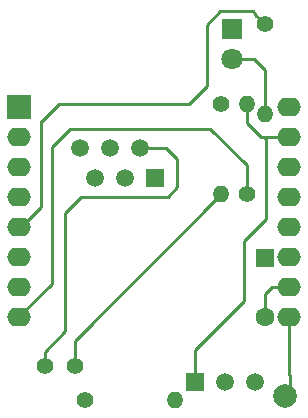
<source format=gbr>
%TF.GenerationSoftware,KiCad,Pcbnew,(6.0.0-0)*%
%TF.CreationDate,2023-07-31T21:51:40+02:00*%
%TF.ProjectId,P1_Gateway,50315f47-6174-4657-9761-792e6b696361,1*%
%TF.SameCoordinates,Original*%
%TF.FileFunction,Copper,L1,Top*%
%TF.FilePolarity,Positive*%
%FSLAX46Y46*%
G04 Gerber Fmt 4.6, Leading zero omitted, Abs format (unit mm)*
G04 Created by KiCad (PCBNEW (6.0.0-0)) date 2023-07-31 21:51:40*
%MOMM*%
%LPD*%
G01*
G04 APERTURE LIST*
%TA.AperFunction,ComponentPad*%
%ADD10R,1.600000X1.600000*%
%TD*%
%TA.AperFunction,ComponentPad*%
%ADD11C,1.600000*%
%TD*%
%TA.AperFunction,ComponentPad*%
%ADD12R,1.800000X1.800000*%
%TD*%
%TA.AperFunction,ComponentPad*%
%ADD13C,1.800000*%
%TD*%
%TA.AperFunction,ComponentPad*%
%ADD14C,1.400000*%
%TD*%
%TA.AperFunction,ComponentPad*%
%ADD15O,1.400000X1.400000*%
%TD*%
%TA.AperFunction,ComponentPad*%
%ADD16R,1.520000X1.520000*%
%TD*%
%TA.AperFunction,ComponentPad*%
%ADD17C,1.520000*%
%TD*%
%TA.AperFunction,ComponentPad*%
%ADD18O,2.000000X1.600000*%
%TD*%
%TA.AperFunction,ComponentPad*%
%ADD19R,2.000000X2.000000*%
%TD*%
%TA.AperFunction,ComponentPad*%
%ADD20R,1.500000X1.500000*%
%TD*%
%TA.AperFunction,ComponentPad*%
%ADD21C,1.500000*%
%TD*%
%TA.AperFunction,ComponentPad*%
%ADD22C,2.000000*%
%TD*%
%TA.AperFunction,Conductor*%
%ADD23C,0.250000*%
%TD*%
G04 APERTURE END LIST*
D10*
%TO.P,C1,1*%
%TO.N,Net-(C1-Pad1)*%
X193540000Y-73720000D03*
D11*
%TO.P,C1,2*%
%TO.N,Net-(D1-Pad1)*%
X193530000Y-78720000D03*
%TD*%
D12*
%TO.P,D1,1,K*%
%TO.N,Net-(D1-Pad1)*%
X190754000Y-54356000D03*
D13*
%TO.P,D1,2,A*%
%TO.N,Net-(D1-Pad2)*%
X190754000Y-56896000D03*
%TD*%
D14*
%TO.P,R1,1*%
%TO.N,Net-(JP1-Pad1)*%
X178308000Y-85725000D03*
D15*
%TO.P,R1,2*%
%TO.N,Net-(Q1-Pad2)*%
X185928000Y-85725000D03*
%TD*%
D14*
%TO.P,R2,1*%
%TO.N,Net-(R2-Pad1)*%
X192024000Y-68326000D03*
D15*
%TO.P,R2,2*%
%TO.N,Net-(Q1-Pad1)*%
X192024000Y-60706000D03*
%TD*%
D14*
%TO.P,R4,1*%
%TO.N,Net-(R4-Pad1)*%
X193550000Y-53940000D03*
D15*
%TO.P,R4,2*%
%TO.N,Net-(D1-Pad2)*%
X193550000Y-61560000D03*
%TD*%
D14*
%TO.P,R3,1*%
%TO.N,Net-(C1-Pad1)*%
X189850000Y-60680000D03*
D15*
%TO.P,R3,2*%
%TO.N,Net-(JP1-Pad2)*%
X189850000Y-68300000D03*
%TD*%
D16*
%TO.P,J1,1*%
%TO.N,Net-(D1-Pad1)*%
X184210000Y-66940000D03*
D17*
%TO.P,J1,2*%
%TO.N,Net-(JP1-Pad1)*%
X182940000Y-64400000D03*
%TO.P,J1,3*%
%TO.N,unconnected-(J1-Pad3)*%
X181670000Y-66940000D03*
%TO.P,J1,4*%
%TO.N,Net-(D1-Pad1)*%
X180400000Y-64400000D03*
%TO.P,J1,5*%
%TO.N,Net-(C1-Pad1)*%
X179130000Y-66940000D03*
%TO.P,J1,6*%
X177860000Y-64400000D03*
%TD*%
D14*
%TO.P,JP1,1,A*%
%TO.N,Net-(JP1-Pad1)*%
X174873600Y-82905600D03*
%TO.P,JP1,2,B*%
%TO.N,Net-(JP1-Pad2)*%
X177413600Y-82905600D03*
%TD*%
D18*
%TO.P,U1,16,TX*%
%TO.N,unconnected-(U1-Pad16)*%
X195580000Y-60960000D03*
%TO.P,U1,15,RX*%
%TO.N,Net-(Q1-Pad1)*%
X195580000Y-63500000D03*
%TO.P,U1,14,SCL/D1*%
%TO.N,unconnected-(U1-Pad14)*%
X195580000Y-66040000D03*
%TO.P,U1,13,SDA/D2*%
%TO.N,unconnected-(U1-Pad13)*%
X195580000Y-68580000D03*
%TO.P,U1,12,D3*%
%TO.N,unconnected-(U1-Pad12)*%
X195580000Y-71120000D03*
%TO.P,U1,11,D4*%
%TO.N,unconnected-(U1-Pad11)*%
X195580000Y-73660000D03*
%TO.P,U1,10,GND*%
%TO.N,Net-(D1-Pad1)*%
X195580000Y-76200000D03*
%TO.P,U1,9,5V*%
%TO.N,Net-(C1-Pad1)*%
X195580000Y-78740000D03*
%TO.P,U1,8,3V3*%
%TO.N,Net-(R2-Pad1)*%
X172720000Y-78740000D03*
%TO.P,U1,7,CS/D8*%
%TO.N,unconnected-(U1-Pad7)*%
X172720000Y-76200000D03*
%TO.P,U1,6,MOSI/D7*%
%TO.N,unconnected-(U1-Pad6)*%
X172720000Y-73660000D03*
%TO.P,U1,5,MISO/D6*%
%TO.N,Net-(R4-Pad1)*%
X172720000Y-71120000D03*
%TO.P,U1,4,SCK/D5*%
%TO.N,unconnected-(U1-Pad4)*%
X172720000Y-68580000D03*
%TO.P,U1,3,D0*%
%TO.N,unconnected-(U1-Pad3)*%
X172720000Y-66040000D03*
%TO.P,U1,2,A0*%
%TO.N,unconnected-(U1-Pad2)*%
X172720000Y-63500000D03*
D19*
%TO.P,U1,1,~{RST}*%
%TO.N,unconnected-(U1-Pad1)*%
X172720000Y-60960000D03*
%TD*%
D20*
%TO.P,Q1,1,C*%
%TO.N,Net-(Q1-Pad1)*%
X187619800Y-84193800D03*
D21*
%TO.P,Q1,2,B*%
%TO.N,Net-(Q1-Pad2)*%
X190159800Y-84193800D03*
%TO.P,Q1,3,E*%
%TO.N,Net-(D1-Pad1)*%
X192699800Y-84193800D03*
%TD*%
D22*
%TO.P,TP1,1,1*%
%TO.N,Net-(C1-Pad1)*%
X195199000Y-85369400D03*
%TD*%
D23*
%TO.N,Net-(D1-Pad2)*%
X190754000Y-56896000D02*
X192606000Y-56896000D01*
X190754000Y-56896000D02*
X190780000Y-56870000D01*
X193500000Y-58010000D02*
X193550000Y-58060000D01*
X190780000Y-56870000D02*
X191300000Y-56870000D01*
X193550000Y-58060000D02*
X193550000Y-61560000D01*
X192606000Y-56896000D02*
X193500000Y-57790000D01*
X193500000Y-57790000D02*
X193500000Y-58010000D01*
%TO.N,Net-(Q1-Pad1)*%
X193480000Y-63500000D02*
X195580000Y-63500000D01*
X191740000Y-72290000D02*
X191740000Y-77380000D01*
X192024000Y-62304000D02*
X193220000Y-63500000D01*
X193590000Y-70440000D02*
X191740000Y-72290000D01*
X192024000Y-60706000D02*
X192024000Y-62304000D01*
X193480000Y-63500000D02*
X193590000Y-63610000D01*
X193220000Y-63500000D02*
X193480000Y-63500000D01*
X193590000Y-63610000D02*
X193590000Y-70440000D01*
X191740000Y-77380000D02*
X187619800Y-81500200D01*
X187619800Y-81500200D02*
X187619800Y-84193800D01*
%TO.N,Net-(C1-Pad1)*%
X195610000Y-83670000D02*
X195610000Y-84958400D01*
X195580000Y-83640000D02*
X195610000Y-83670000D01*
X195610000Y-84958400D02*
X195199000Y-85369400D01*
X195580000Y-78740000D02*
X195580000Y-83640000D01*
%TO.N,Net-(R2-Pad1)*%
X172720000Y-78740000D02*
X172720000Y-78670000D01*
X177040000Y-62770000D02*
X188920000Y-62770000D01*
X175500000Y-64310000D02*
X177040000Y-62770000D01*
X175500000Y-75890000D02*
X175500000Y-64310000D01*
X192024000Y-65874000D02*
X192024000Y-68326000D01*
X172720000Y-78670000D02*
X175500000Y-75890000D01*
X188920000Y-62770000D02*
X192024000Y-65874000D01*
%TO.N,Net-(JP1-Pad2)*%
X177413600Y-82905600D02*
X177413600Y-80736400D01*
X177413600Y-80736400D02*
X189850000Y-68300000D01*
%TO.N,Net-(R4-Pad1)*%
X192720000Y-53040000D02*
X192510000Y-52830000D01*
X188590000Y-54000000D02*
X188590000Y-59180000D01*
X187090000Y-60680000D02*
X176060000Y-60680000D01*
X174550000Y-69240000D02*
X174590000Y-69280000D01*
X176060000Y-60680000D02*
X174630000Y-62110000D01*
X174580000Y-69290000D02*
X174580000Y-69410000D01*
X172870000Y-71120000D02*
X172720000Y-71120000D01*
X174550000Y-62110000D02*
X174670000Y-62110000D01*
X174550000Y-62110000D02*
X174550000Y-69240000D01*
X188590000Y-59180000D02*
X187090000Y-60680000D01*
X189760000Y-52830000D02*
X188590000Y-54000000D01*
X192720000Y-53110000D02*
X192720000Y-53040000D01*
X193550000Y-53940000D02*
X192720000Y-53110000D01*
X174580000Y-69410000D02*
X172870000Y-71120000D01*
X192510000Y-52830000D02*
X189760000Y-52830000D01*
X174590000Y-69280000D02*
X174580000Y-69290000D01*
%TO.N,Net-(JP1-Pad1)*%
X174873600Y-82905600D02*
X174873600Y-81666400D01*
X176600000Y-69900000D02*
X177970000Y-68530000D01*
X177970000Y-68530000D02*
X185280000Y-68530000D01*
X176600000Y-79940000D02*
X176600000Y-69900000D01*
X174873600Y-81666400D02*
X176600000Y-79940000D01*
X186110000Y-67700000D02*
X186110000Y-65330000D01*
X185180000Y-64400000D02*
X182940000Y-64400000D01*
X185280000Y-68530000D02*
X186110000Y-67700000D01*
X186110000Y-65330000D02*
X185180000Y-64400000D01*
%TO.N,Net-(D1-Pad1)*%
X193530000Y-78720000D02*
X193530000Y-76770000D01*
X195580000Y-76200000D02*
X195580000Y-76670000D01*
X193530000Y-76770000D02*
X194100000Y-76200000D01*
X194100000Y-76200000D02*
X195580000Y-76200000D01*
%TD*%
M02*

</source>
